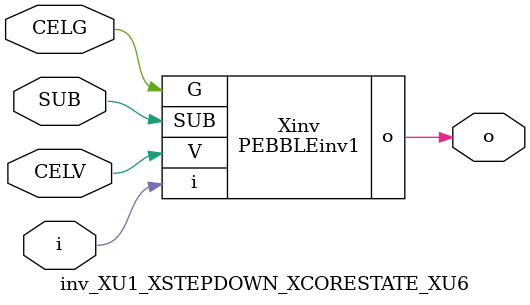
<source format=v>



module PEBBLEinv1 ( o, G, SUB, V, i );

  input V;
  input i;
  input G;
  output o;
  input SUB;
endmodule

//Celera Confidential Do Not Copy inv_XU1_XSTEPDOWN_XCORESTATE_XU6
//Celera Confidential Symbol Generator
//5V Inverter
module inv_XU1_XSTEPDOWN_XCORESTATE_XU6 (CELV,CELG,i,o,SUB);
input CELV;
input CELG;
input i;
input SUB;
output o;

//Celera Confidential Do Not Copy inv
PEBBLEinv1 Xinv(
.V (CELV),
.i (i),
.o (o),
.SUB (SUB),
.G (CELG)
);
//,diesize,PEBBLEinv1

//Celera Confidential Do Not Copy Module End
//Celera Schematic Generator
endmodule

</source>
